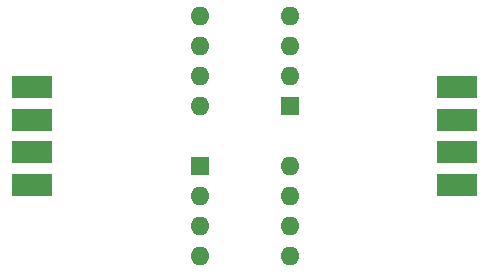
<source format=gbr>
%TF.GenerationSoftware,KiCad,Pcbnew,5.1.8*%
%TF.CreationDate,2020-11-15T10:57:14+00:00*%
%TF.ProjectId,rs232Isolator,72733233-3249-4736-9f6c-61746f722e6b,rev?*%
%TF.SameCoordinates,PX4421680PY42d7d10*%
%TF.FileFunction,Soldermask,Bot*%
%TF.FilePolarity,Negative*%
%FSLAX46Y46*%
G04 Gerber Fmt 4.6, Leading zero omitted, Abs format (unit mm)*
G04 Created by KiCad (PCBNEW 5.1.8) date 2020-11-15 10:57:14*
%MOMM*%
%LPD*%
G01*
G04 APERTURE LIST*
%ADD10R,3.480000X1.846667*%
%ADD11O,1.600000X1.600000*%
%ADD12R,1.600000X1.600000*%
G04 APERTURE END LIST*
D10*
%TO.C,J2*%
X38000000Y-19155000D03*
X38000000Y-16385000D03*
X38000000Y-13615000D03*
X38000000Y-10845000D03*
%TD*%
D11*
%TO.C,U3*%
X16190000Y-12460000D03*
X23810000Y-4840000D03*
X16190000Y-9920000D03*
X23810000Y-7380000D03*
X16190000Y-7380000D03*
X23810000Y-9920000D03*
X16190000Y-4840000D03*
D12*
X23810000Y-12460000D03*
%TD*%
D11*
%TO.C,U2*%
X23810000Y-17540000D03*
X16190000Y-25160000D03*
X23810000Y-20080000D03*
X16190000Y-22620000D03*
X23810000Y-22620000D03*
X16190000Y-20080000D03*
X23810000Y-25160000D03*
D12*
X16190000Y-17540000D03*
%TD*%
D10*
%TO.C,J1*%
X2000000Y-19155000D03*
X2000000Y-16385000D03*
X2000000Y-13615000D03*
X2000000Y-10845000D03*
%TD*%
M02*

</source>
